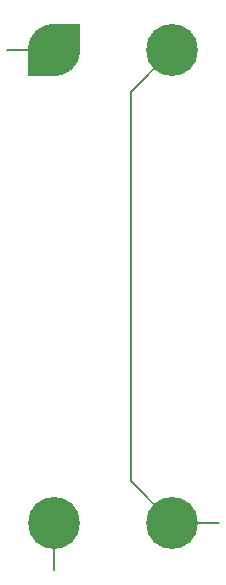
<source format=gtl>
%TF.GenerationSoftware,KiCad,Pcbnew,8.0.8*%
%TF.CreationDate,2025-01-29T16:56:40+00:00*%
%TF.ProjectId,ec30_1x4_l3r3_mh_0.1,65633330-5f31-4783-945f-6c3372335f6d,v0.1*%
%TF.SameCoordinates,PX8d24d00PY36d6160*%
%TF.FileFunction,Copper,L1,Top*%
%TF.FilePolarity,Positive*%
%FSLAX46Y46*%
G04 Gerber Fmt 4.6, Leading zero omitted, Abs format (unit mm)*
G04 Created by KiCad (PCBNEW 8.0.8) date 2025-01-29 16:56:40*
%MOMM*%
%LPD*%
G01*
G04 APERTURE LIST*
G04 Aperture macros list*
%AMFreePoly0*
4,1,31,1.555635,1.555635,1.655822,1.452117,1.831196,1.223566,1.975237,0.974078,2.085481,0.707925,2.160042,0.429659,2.197645,0.144041,2.197645,-0.144041,2.160042,-0.429659,2.085481,-0.707925,1.975237,-0.974078,1.831196,-1.223566,1.655822,-1.452117,1.555635,-1.555635,0.000000,-3.111270,-1.555635,-1.555635,-1.655822,-1.452117,-1.831196,-1.223566,-1.975237,-0.974078,-2.085481,-0.707925,
-2.160042,-0.429659,-2.197645,-0.144041,-2.197645,0.144041,-2.160042,0.429659,-2.085481,0.707925,-1.975237,0.974078,-1.831196,1.223566,-1.655822,1.452117,-1.555635,1.555635,0.000000,3.111270,1.555635,1.555635,1.555635,1.555635,$1*%
G04 Aperture macros list end*
%TA.AperFunction,SMDPad,CuDef*%
%ADD10C,0.100000*%
%TD*%
%TA.AperFunction,ComponentPad*%
%ADD11C,4.400000*%
%TD*%
%TA.AperFunction,FiducialPad,Local*%
%ADD12FreePoly0,135.000000*%
%TD*%
%TA.AperFunction,FiducialPad,Local*%
%ADD13C,4.400000*%
%TD*%
%TA.AperFunction,Conductor*%
%ADD14C,0.200000*%
%TD*%
G04 APERTURE END LIST*
D10*
%TO.P,GS1,1,JD_DATA*%
%TO.N,JD_DATA*%
X-9000000Y20000000D03*
%TD*%
D11*
%TO.P,MH4,MH4,MH4*%
%TO.N,GND*%
X5000000Y-20000001D03*
%TD*%
D12*
%TO.P,MH1,MH1,MH1*%
%TO.N,JD_DATA*%
X-5000000Y20000000D03*
D13*
X-5000000Y20000000D03*
%TD*%
D11*
%TO.P,MH3,MH3,MH3*%
%TO.N,JD_PWR*%
X-5000000Y-20000000D03*
%TD*%
D10*
%TO.P,GS3,1,JD_PWR*%
%TO.N,JD_PWR*%
X-5000000Y-24000000D03*
%TD*%
%TO.P,GS2,1,GND*%
%TO.N,GND*%
X9000000Y-20000000D03*
%TD*%
D11*
%TO.P,MH2,MH2,MH2*%
%TO.N,GND*%
X5000000Y20000000D03*
%TD*%
D14*
%TO.N,JD_DATA*%
X-5000000Y20000000D02*
X-9000000Y20000000D01*
%TO.N,GND*%
X1500000Y16500000D02*
X1500000Y-16500001D01*
X5000000Y20000000D02*
X1500000Y16500000D01*
X5000000Y-20000001D02*
X8999999Y-20000001D01*
X8999999Y-20000001D02*
X9000000Y-20000000D01*
X1500000Y-16500001D02*
X5000000Y-20000001D01*
%TO.N,JD_PWR*%
X-5000000Y-20000000D02*
X-5000000Y-24000000D01*
%TD*%
M02*

</source>
